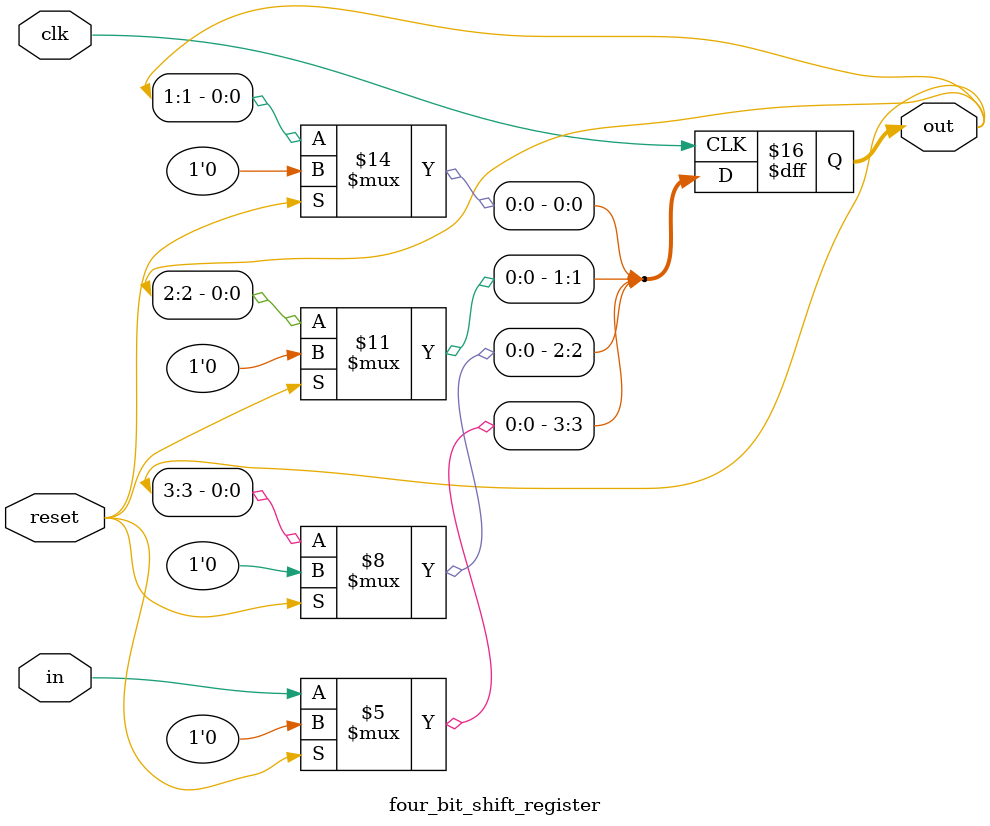
<source format=v>
module four_bit_shift_register(in, out, clk, reset);
    input in, clk, reset;
    output[3:0] out;
    reg[3:0] out;
    
    initial begin
    out <=4'b1000;
    end
   
    always@(posedge clk)
    begin
        if(reset==1)
          out<=0;
        else
        begin
        out[0]<=out[1];
        out[1]<=out[2];
        out[2]<=out[3];
        out[3]<=in;
        end
   end
endmodule

</source>
